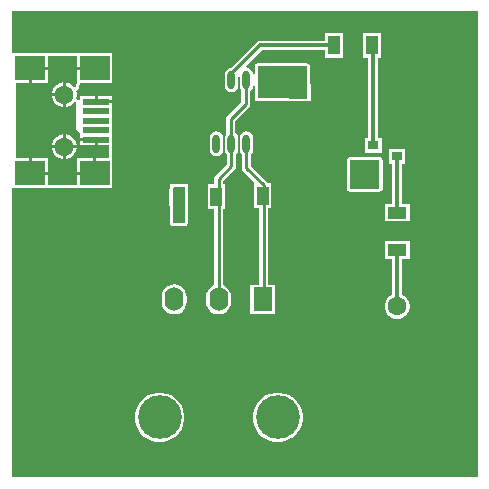
<source format=gtl>
G04*
G04 #@! TF.GenerationSoftware,Altium Limited,Altium Designer,23.10.1 (27)*
G04*
G04 Layer_Physical_Order=1*
G04 Layer_Color=255*
%FSLAX44Y44*%
%MOMM*%
G71*
G04*
G04 #@! TF.SameCoordinates,0AC736BD-E267-4969-BD77-996DE068DD07*
G04*
G04*
G04 #@! TF.FilePolarity,Positive*
G04*
G01*
G75*
%ADD10C,0.2540*%
%ADD12R,2.2500X0.5000*%
%ADD13R,2.5000X2.0000*%
%ADD14R,1.0000X1.6000*%
%ADD15R,0.9000X0.8000*%
%ADD16R,1.6000X1.0000*%
%ADD17O,0.6000X1.5500*%
%ADD18R,0.6000X1.5500*%
%ADD31C,0.3000*%
%ADD32C,1.6000*%
%ADD33C,3.7000*%
%ADD34O,1.6000X2.0000*%
%ADD35R,1.6000X2.0000*%
%ADD36C,0.7000*%
G36*
X57740Y-49630D02*
X72780D01*
Y-52170D01*
X57740D01*
Y-63440D01*
X57740Y-63440D01*
X57740D01*
X57345Y-64574D01*
X57150Y-64770D01*
Y-66875D01*
X55880Y-67216D01*
X55714Y-66928D01*
X53752Y-64966D01*
X51348Y-63578D01*
X48668Y-62860D01*
X48550D01*
Y-73400D01*
Y-83940D01*
X48668D01*
X51348Y-83222D01*
X53752Y-81834D01*
X55714Y-79872D01*
X55880Y-79584D01*
X57150Y-79925D01*
Y-102870D01*
X60240Y-105960D01*
Y-110130D01*
X74030D01*
Y-111400D01*
X75300D01*
Y-116440D01*
X85090D01*
Y-127360D01*
X74050D01*
Y-139900D01*
X72780D01*
Y-141170D01*
X57740D01*
Y-149860D01*
X33320D01*
Y-141170D01*
X18280D01*
Y-139900D01*
X17010D01*
Y-127360D01*
X6350D01*
Y-63440D01*
X17010D01*
Y-50900D01*
X18280D01*
Y-49630D01*
X33320D01*
Y-40640D01*
X57740D01*
Y-49630D01*
D02*
G37*
G36*
X397410Y-397410D02*
X2590D01*
Y-153441D01*
X3240Y-152440D01*
X3860Y-152440D01*
X33271D01*
X33320Y-152450D01*
X57740D01*
X57789Y-152440D01*
X87820D01*
Y-127360D01*
X87680D01*
Y-116440D01*
X87820D01*
Y-108440D01*
Y-100440D01*
Y-92440D01*
Y-84440D01*
Y-80670D01*
X74030D01*
Y-79400D01*
X72760D01*
Y-74360D01*
X60240D01*
Y-77670D01*
X60047Y-77797D01*
X58981Y-78093D01*
X58839Y-77998D01*
X58727Y-77870D01*
X58423Y-77720D01*
X58141Y-77532D01*
X57383Y-76420D01*
X57820Y-74788D01*
Y-72012D01*
X57383Y-70380D01*
X58141Y-69268D01*
X58423Y-69080D01*
X58727Y-68930D01*
X58839Y-68801D01*
X58981Y-68707D01*
X59170Y-68425D01*
X59393Y-68170D01*
X59448Y-68008D01*
X59543Y-67866D01*
X59609Y-67534D01*
X59718Y-67213D01*
X59706Y-67043D01*
X59740Y-66875D01*
Y-65557D01*
X59753Y-65491D01*
X59792Y-65425D01*
X60186Y-64290D01*
X60245Y-63864D01*
X60330Y-63440D01*
X87820D01*
Y-38360D01*
X58900D01*
X58731Y-38247D01*
X57740Y-38050D01*
X33320D01*
X32329Y-38247D01*
X32160Y-38360D01*
X3860D01*
X3240Y-38360D01*
X2590Y-37359D01*
Y-2590D01*
X397410D01*
Y-397410D01*
D02*
G37*
%LPC*%
G36*
X33320Y-52170D02*
X19550D01*
Y-63440D01*
X33320D01*
Y-52170D01*
D02*
G37*
G36*
X46010Y-62860D02*
X45892D01*
X43212Y-63578D01*
X40808Y-64966D01*
X38846Y-66928D01*
X37458Y-69332D01*
X36740Y-72012D01*
Y-72130D01*
X46010D01*
Y-62860D01*
D02*
G37*
G36*
Y-74670D02*
X36740D01*
Y-74788D01*
X37458Y-77468D01*
X38846Y-79872D01*
X40808Y-81834D01*
X43212Y-83222D01*
X45892Y-83940D01*
X46010D01*
Y-74670D01*
D02*
G37*
G36*
X48668Y-106860D02*
X48550D01*
Y-116130D01*
X57820D01*
Y-116012D01*
X57102Y-113332D01*
X55714Y-110928D01*
X53752Y-108966D01*
X51348Y-107578D01*
X48668Y-106860D01*
D02*
G37*
G36*
X46010D02*
X45892D01*
X43212Y-107578D01*
X40808Y-108966D01*
X38846Y-110928D01*
X37458Y-113332D01*
X36740Y-116012D01*
Y-116130D01*
X46010D01*
Y-106860D01*
D02*
G37*
G36*
X72760Y-112670D02*
X60240D01*
Y-116440D01*
X72760D01*
Y-112670D01*
D02*
G37*
G36*
X57820Y-118670D02*
X48550D01*
Y-127940D01*
X48668D01*
X51348Y-127222D01*
X53752Y-125834D01*
X55714Y-123872D01*
X57102Y-121468D01*
X57820Y-118788D01*
Y-118670D01*
D02*
G37*
G36*
X46010D02*
X36740D01*
Y-118788D01*
X37458Y-121468D01*
X38846Y-123872D01*
X40808Y-125834D01*
X43212Y-127222D01*
X45892Y-127940D01*
X46010D01*
Y-118670D01*
D02*
G37*
G36*
X33320Y-127360D02*
X19550D01*
Y-138630D01*
X33320D01*
Y-127360D01*
D02*
G37*
G36*
X71510D02*
X57740D01*
Y-138630D01*
X71510D01*
Y-127360D01*
D02*
G37*
G36*
X282880Y-21210D02*
X267800D01*
Y-27631D01*
X213153D01*
X211576Y-27944D01*
X210240Y-28837D01*
X188472Y-50605D01*
X186531Y-50991D01*
X184698Y-52216D01*
X183474Y-54048D01*
X183044Y-56210D01*
Y-65710D01*
X183474Y-67872D01*
X184698Y-69704D01*
X186531Y-70929D01*
X188692Y-71358D01*
X190854Y-70929D01*
X192687Y-69704D01*
X193911Y-67872D01*
X194341Y-65710D01*
Y-57573D01*
X194474Y-57485D01*
X195744Y-58163D01*
Y-65710D01*
X196174Y-67872D01*
X196775Y-68772D01*
Y-79671D01*
X185213Y-91233D01*
X184371Y-92493D01*
X184075Y-93980D01*
Y-107148D01*
X183474Y-108048D01*
X183044Y-110210D01*
Y-119710D01*
X183474Y-121872D01*
X184698Y-123704D01*
X184808Y-123777D01*
Y-132278D01*
X175053Y-142033D01*
X174211Y-143293D01*
X173915Y-144780D01*
Y-149460D01*
X168460D01*
Y-170540D01*
X173915D01*
Y-173990D01*
Y-234911D01*
X172484Y-235503D01*
X170283Y-237193D01*
X168593Y-239394D01*
X167531Y-241959D01*
X167169Y-244710D01*
Y-248710D01*
X167531Y-251462D01*
X168593Y-254025D01*
X170283Y-256227D01*
X172484Y-257917D01*
X175049Y-258979D01*
X177800Y-259341D01*
X180551Y-258979D01*
X183116Y-257917D01*
X185317Y-256227D01*
X187007Y-254025D01*
X188069Y-251462D01*
X188431Y-248710D01*
Y-244710D01*
X188069Y-241959D01*
X187007Y-239394D01*
X185317Y-237193D01*
X183116Y-235503D01*
X181685Y-234911D01*
Y-173990D01*
Y-170540D01*
X183540D01*
Y-149460D01*
X181685D01*
Y-146389D01*
X191439Y-136634D01*
X192281Y-135374D01*
X192577Y-133888D01*
Y-123777D01*
X192687Y-123704D01*
X193911Y-121872D01*
X194341Y-119710D01*
Y-110210D01*
X193911Y-108048D01*
X192687Y-106216D01*
X191845Y-105653D01*
Y-95589D01*
X203407Y-84027D01*
X204249Y-82767D01*
X204545Y-81280D01*
Y-70267D01*
X205387Y-69704D01*
X206611Y-67872D01*
X206960Y-66116D01*
X208230Y-66241D01*
Y-76200D01*
X208427Y-77191D01*
X208989Y-78031D01*
X209829Y-78593D01*
X210820Y-78790D01*
X234570D01*
Y-79170D01*
X255650D01*
Y-64090D01*
X255320D01*
Y-49530D01*
X255123Y-48539D01*
X254561Y-47699D01*
X253721Y-47137D01*
X252730Y-46940D01*
X210820D01*
X209829Y-47137D01*
X208989Y-47699D01*
X208427Y-48539D01*
X208230Y-49530D01*
Y-55679D01*
X206960Y-55804D01*
X206611Y-54048D01*
X205387Y-52216D01*
X203554Y-50991D01*
X201868Y-50656D01*
X201355Y-49373D01*
X214859Y-35869D01*
X267800D01*
Y-42290D01*
X282880D01*
Y-21210D01*
D02*
G37*
G36*
X87820Y-74360D02*
X75300D01*
Y-78130D01*
X87820D01*
Y-74360D01*
D02*
G37*
G36*
X314880Y-21210D02*
X299800D01*
Y-42290D01*
X304651D01*
Y-109690D01*
X301730D01*
Y-122770D01*
X315810D01*
Y-109690D01*
X312889D01*
Y-42290D01*
X314880D01*
Y-21210D01*
D02*
G37*
G36*
X175993Y-104562D02*
X173831Y-104991D01*
X171998Y-106216D01*
X170774Y-108048D01*
X170344Y-110210D01*
Y-119710D01*
X170774Y-121872D01*
X171998Y-123704D01*
X173831Y-124929D01*
X175993Y-125358D01*
X178154Y-124929D01*
X179987Y-123704D01*
X181211Y-121872D01*
X181641Y-119710D01*
Y-110210D01*
X181211Y-108048D01*
X179987Y-106216D01*
X178154Y-104991D01*
X175993Y-104562D01*
D02*
G37*
G36*
X314000Y-126410D02*
X289000D01*
X288009Y-126607D01*
X287169Y-127169D01*
X286607Y-128009D01*
X286410Y-129000D01*
Y-153000D01*
X286607Y-153991D01*
X287169Y-154831D01*
X288009Y-155393D01*
X289000Y-155590D01*
X314000D01*
X314991Y-155393D01*
X315831Y-154831D01*
X316393Y-153991D01*
X316590Y-153000D01*
Y-129000D01*
X316393Y-128009D01*
X315831Y-127169D01*
X314991Y-126607D01*
X314000Y-126410D01*
D02*
G37*
G36*
X335810Y-119190D02*
X321730D01*
Y-132270D01*
X324651D01*
Y-165690D01*
X318390D01*
Y-180770D01*
X339470D01*
Y-165690D01*
X332889D01*
Y-132270D01*
X335810D01*
Y-119190D01*
D02*
G37*
G36*
X149000Y-149410D02*
X140030D01*
X139780Y-149460D01*
X136460D01*
Y-152054D01*
X136407Y-152129D01*
X136396Y-152177D01*
X136369Y-152217D01*
X136283Y-152667D01*
X136181Y-153114D01*
X136189Y-153162D01*
X136180Y-153210D01*
X136410Y-182021D01*
X136511Y-182506D01*
X136607Y-182991D01*
X136613Y-183000D01*
X136615Y-183010D01*
X136895Y-183421D01*
X137169Y-183831D01*
X137177Y-183837D01*
X137184Y-183846D01*
X137598Y-184118D01*
X138009Y-184393D01*
X138019Y-184395D01*
X138028Y-184400D01*
X138514Y-184493D01*
X139000Y-184590D01*
X149000D01*
X149991Y-184393D01*
X150831Y-183831D01*
X151393Y-182991D01*
X151590Y-182000D01*
Y-152000D01*
X151540Y-151750D01*
Y-149460D01*
X149250D01*
X149000Y-149410D01*
D02*
G37*
G36*
X201392Y-104562D02*
X199231Y-104991D01*
X197398Y-106216D01*
X196174Y-108048D01*
X195744Y-110210D01*
Y-119710D01*
X196174Y-121872D01*
X197398Y-123704D01*
X197508Y-123777D01*
Y-135352D01*
X197804Y-136839D01*
X198646Y-138099D01*
X207913Y-147367D01*
X207460Y-148460D01*
X207460D01*
Y-169540D01*
X212015D01*
Y-234170D01*
X204760D01*
Y-259250D01*
X225840D01*
Y-234170D01*
X219785D01*
Y-169540D01*
X222540D01*
Y-148460D01*
X219506D01*
X219489Y-148373D01*
X218647Y-147113D01*
X205277Y-133743D01*
Y-123777D01*
X205387Y-123704D01*
X206611Y-121872D01*
X207041Y-119710D01*
Y-110210D01*
X206611Y-108048D01*
X205387Y-106216D01*
X203554Y-104991D01*
X201392Y-104562D01*
D02*
G37*
G36*
X140300Y-234079D02*
X137549Y-234441D01*
X134985Y-235503D01*
X132783Y-237193D01*
X131093Y-239394D01*
X130031Y-241959D01*
X129669Y-244710D01*
Y-248710D01*
X130031Y-251462D01*
X131093Y-254025D01*
X132783Y-256227D01*
X134985Y-257917D01*
X137549Y-258979D01*
X140300Y-259341D01*
X143052Y-258979D01*
X145616Y-257917D01*
X147817Y-256227D01*
X149507Y-254025D01*
X150569Y-251462D01*
X150931Y-248710D01*
Y-244710D01*
X150569Y-241959D01*
X149507Y-239394D01*
X147817Y-237193D01*
X145616Y-235503D01*
X143052Y-234441D01*
X140300Y-234079D01*
D02*
G37*
G36*
X339470Y-197690D02*
X318390D01*
Y-212770D01*
X324811D01*
Y-242938D01*
X322458Y-244296D01*
X320496Y-246258D01*
X319108Y-248662D01*
X318390Y-251342D01*
Y-254118D01*
X319108Y-256798D01*
X320496Y-259202D01*
X322458Y-261164D01*
X324862Y-262552D01*
X327542Y-263270D01*
X330318D01*
X332998Y-262552D01*
X335402Y-261164D01*
X337364Y-259202D01*
X338752Y-256798D01*
X339470Y-254118D01*
Y-251342D01*
X338752Y-248662D01*
X337364Y-246258D01*
X335402Y-244296D01*
X333049Y-242938D01*
Y-212770D01*
X339470D01*
Y-197690D01*
D02*
G37*
G36*
X229872Y-325670D02*
X225728D01*
X221663Y-326479D01*
X217834Y-328065D01*
X214388Y-330367D01*
X211457Y-333298D01*
X209155Y-336744D01*
X207569Y-340573D01*
X206760Y-344638D01*
Y-348782D01*
X207569Y-352847D01*
X209155Y-356676D01*
X211457Y-360122D01*
X214388Y-363053D01*
X217834Y-365355D01*
X221663Y-366941D01*
X225728Y-367750D01*
X229872D01*
X233937Y-366941D01*
X237766Y-365355D01*
X241212Y-363053D01*
X244143Y-360122D01*
X246445Y-356676D01*
X248031Y-352847D01*
X248840Y-348782D01*
Y-344638D01*
X248031Y-340573D01*
X246445Y-336744D01*
X244143Y-333298D01*
X241212Y-330367D01*
X237766Y-328065D01*
X233937Y-326479D01*
X229872Y-325670D01*
D02*
G37*
G36*
X129872D02*
X125728D01*
X121663Y-326479D01*
X117834Y-328065D01*
X114388Y-330367D01*
X111457Y-333298D01*
X109155Y-336744D01*
X107569Y-340573D01*
X106760Y-344638D01*
Y-348782D01*
X107569Y-352847D01*
X109155Y-356676D01*
X111457Y-360122D01*
X114388Y-363053D01*
X117834Y-365355D01*
X121663Y-366941D01*
X125728Y-367750D01*
X129872D01*
X133937Y-366941D01*
X137766Y-365355D01*
X141212Y-363053D01*
X144143Y-360122D01*
X146445Y-356676D01*
X148031Y-352847D01*
X148840Y-348782D01*
Y-344638D01*
X148031Y-340573D01*
X146445Y-336744D01*
X144143Y-333298D01*
X141212Y-330367D01*
X137766Y-328065D01*
X133937Y-326479D01*
X129872Y-325670D01*
D02*
G37*
%LPD*%
G36*
X252730Y-76200D02*
X210820D01*
Y-49530D01*
X252730D01*
Y-76200D01*
D02*
G37*
G36*
X314000Y-152250D02*
Y-153000D01*
X289000D01*
Y-129000D01*
X314000D01*
Y-152250D01*
D02*
G37*
G36*
X149000Y-182000D02*
X139000D01*
X138769Y-153189D01*
X140030Y-152000D01*
X149000D01*
Y-182000D01*
D02*
G37*
D10*
X177800Y-173990D02*
Y-144780D01*
X187960Y-114960D02*
Y-93980D01*
X177800Y-246710D02*
Y-173990D01*
Y-144780D02*
X188692Y-133888D01*
Y-114960D01*
X201392Y-135352D02*
Y-114960D01*
X215900Y-246110D02*
Y-149860D01*
X215300Y-246710D02*
X215900Y-246110D01*
X201392Y-135352D02*
X215900Y-149860D01*
X215300Y-246710D02*
Y-244710D01*
X307340Y-31750D02*
X308770Y-33180D01*
X188692Y-60960D02*
Y-56210D01*
X213360Y-60960D02*
X213620Y-60700D01*
X187960Y-93980D02*
X200660Y-81280D01*
Y-60960D01*
D12*
X74030Y-111400D02*
D03*
Y-103400D02*
D03*
Y-95400D02*
D03*
Y-87400D02*
D03*
Y-79400D02*
D03*
D13*
X72780Y-50900D02*
D03*
X18280D02*
D03*
X72780Y-139900D02*
D03*
X18280D02*
D03*
D14*
X247000Y-159000D02*
D03*
X215000D02*
D03*
X275340Y-31750D02*
D03*
X307340D02*
D03*
X176000Y-160000D02*
D03*
X144000D02*
D03*
D15*
X308770Y-116230D02*
D03*
Y-135230D02*
D03*
X328770Y-125730D02*
D03*
D16*
X245110Y-103630D02*
D03*
Y-71630D02*
D03*
X328930Y-205230D02*
D03*
Y-173230D02*
D03*
D17*
X175993Y-114960D02*
D03*
X188692D02*
D03*
X201392D02*
D03*
X214093D02*
D03*
X175993Y-60960D02*
D03*
X188692D02*
D03*
X201392D02*
D03*
D18*
X214093D02*
D03*
D31*
X328930Y-252730D02*
Y-205230D01*
X328770Y-173070D02*
X328930Y-173230D01*
X328770Y-173070D02*
Y-125730D01*
X308770Y-116230D02*
Y-33180D01*
X188692Y-56210D02*
X213153Y-31750D01*
X275340D01*
D32*
X47280Y-73400D02*
D03*
Y-117400D02*
D03*
X328930Y-278130D02*
D03*
Y-252730D02*
D03*
D33*
X127800Y-346710D02*
D03*
X227800D02*
D03*
D34*
X140300Y-246710D02*
D03*
X177800D02*
D03*
D35*
X215300D02*
D03*
D36*
X144000Y-177000D02*
D03*
X295000Y-147000D02*
D03*
X308610Y-147320D02*
D03*
X294640Y-135890D02*
D03*
X240030Y-57150D02*
D03*
X228600D02*
D03*
M02*

</source>
